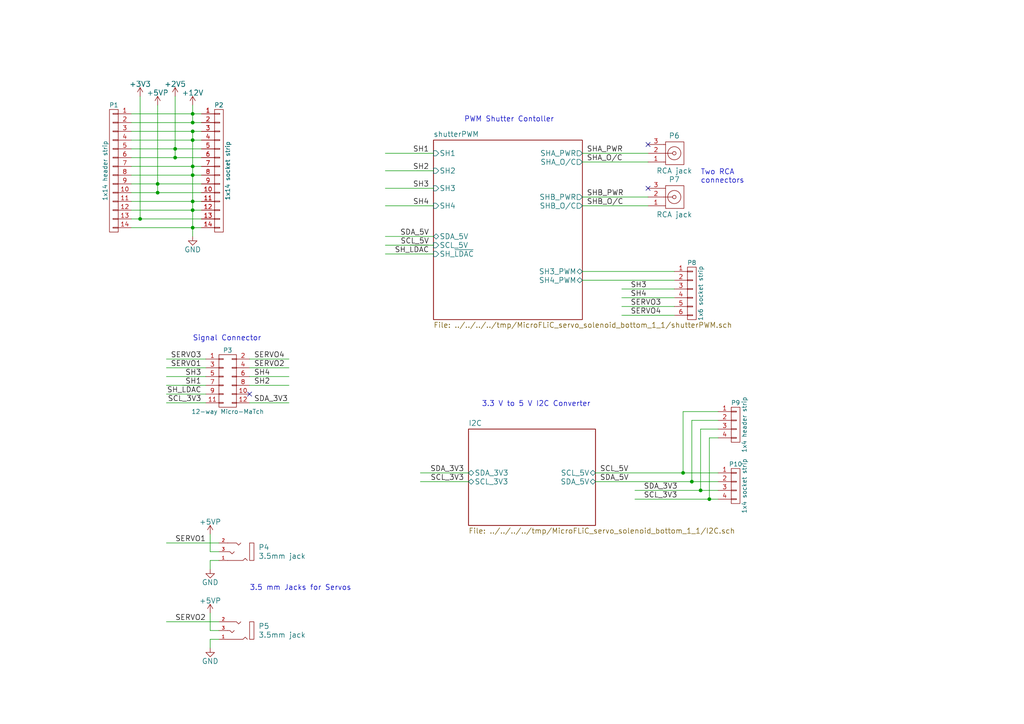
<source format=kicad_sch>
(kicad_sch (version 20230121) (generator eeschema)
  (paper "A4")
  (title_block (title "Flow Unit Shield") (date "18 Jun 2014") (rev "1.2") (company "King's College London"))
  (lib_symbols
    (symbol "MicroFLiC_servo_solenoid_bottom-rescue:+12V" (power) (pin_names (offset 0))
      (property "Value" "+12V" (at 0 3.556 0))
      (symbol "+12V_0_1"
        (polyline (pts (xy -0.762 1.27) (xy 0 2.54)))
        (polyline (pts (xy 0 0) (xy 0 2.54)))
        (polyline (pts (xy 0 2.54) (xy 0.762 1.27)))
      )
      (symbol "+12V_1_1"
        (pin power_in line (at 0 0 90) (length 0) hide (name "+12V") (number "1"))
      )
    )
    (symbol "MicroFLiC_servo_solenoid_bottom-rescue:+2V5" (power) (pin_names (offset 0))
      (property "Value" "+2V5" (at 0 3.556 0))
      (symbol "+2V5_0_1"
        (polyline (pts (xy -0.762 1.27) (xy 0 2.54)))
        (polyline (pts (xy 0 0) (xy 0 2.54)))
        (polyline (pts (xy 0 2.54) (xy 0.762 1.27)))
      )
      (symbol "+2V5_1_1"
        (pin power_in line (at 0 0 90) (length 0) hide (name "+2V5") (number "1"))
      )
    )
    (symbol "MicroFLiC_servo_solenoid_bottom-rescue:+3V3" (power) (pin_names (offset 0))
      (property "Value" "+3V3" (at 0 3.556 0))
      (symbol "+3V3_0_1"
        (polyline (pts (xy -0.762 1.27) (xy 0 2.54)))
        (polyline (pts (xy 0 0) (xy 0 2.54)))
        (polyline (pts (xy 0 2.54) (xy 0.762 1.27)))
      )
      (symbol "+3V3_1_1"
        (pin power_in line (at 0 0 90) (length 0) hide (name "+3V3") (number "1"))
      )
    )
    (symbol "MicroFLiC_servo_solenoid_bottom-rescue:+5VP" (power) (pin_names (offset 0))
      (property "Value" "+5VP" (at 0 3.556 0))
      (symbol "+5VP_0_1"
        (polyline (pts (xy -0.762 1.27) (xy 0 2.54)))
        (polyline (pts (xy 0 0) (xy 0 2.54)))
        (polyline (pts (xy 0 2.54) (xy 0.762 1.27)))
      )
      (symbol "+5VP_1_1"
        (pin power_in line (at 0 0 90) (length 0) hide (name "+5VP") (number "1"))
      )
    )
    (symbol "MicroFLiC_servo_solenoid_bottom-rescue:CONN_01X04" (pin_names (offset 1.016) hide)
      (property "Reference" "P" (at 0 6.35 0))
      (property "Value" "CONN_01X04" (at 2.54 0 90))
      (symbol "CONN_01X04_0_1"
        (rectangle (start -1.27 -3.683) (end 0.254 -3.937))
        (rectangle (start -1.27 -1.143) (end 0.254 -1.397))
        (rectangle (start -1.27 1.397) (end 0.254 1.143))
        (rectangle (start -1.27 3.937) (end 0.254 3.683))
        (rectangle (start -1.27 5.08) (end 1.27 -5.08))
      )
      (symbol "CONN_01X04_1_1"
        (pin passive line (at -5.08 3.81 0) (length 3.81) (name "P1") (number "1"))
        (pin passive line (at -5.08 1.27 0) (length 3.81) (name "P2") (number "2"))
        (pin passive line (at -5.08 -1.27 0) (length 3.81) (name "P3") (number "3"))
        (pin passive line (at -5.08 -3.81 0) (length 3.81) (name "P4") (number "4"))
      )
    )
    (symbol "MicroFLiC_servo_solenoid_bottom-rescue:CONN_01X06" (pin_names (offset 1.016) hide)
      (property "Reference" "P" (at 0 8.89 0))
      (property "Value" "CONN_01X06" (at 2.54 0 90))
      (symbol "CONN_01X06_0_1"
        (rectangle (start -1.27 -6.223) (end 0.254 -6.477))
        (rectangle (start -1.27 -3.683) (end 0.254 -3.937))
        (rectangle (start -1.27 -1.143) (end 0.254 -1.397))
        (rectangle (start -1.27 1.397) (end 0.254 1.143))
        (rectangle (start -1.27 3.937) (end 0.254 3.683))
        (rectangle (start -1.27 6.477) (end 0.254 6.223))
        (rectangle (start -1.27 7.62) (end 1.27 -7.62))
      )
      (symbol "CONN_01X06_1_1"
        (pin passive line (at -5.08 6.35 0) (length 3.81) (name "P1") (number "1"))
        (pin passive line (at -5.08 3.81 0) (length 3.81) (name "P2") (number "2"))
        (pin passive line (at -5.08 1.27 0) (length 3.81) (name "P3") (number "3"))
        (pin passive line (at -5.08 -1.27 0) (length 3.81) (name "P4") (number "4"))
        (pin passive line (at -5.08 -3.81 0) (length 3.81) (name "P5") (number "5"))
        (pin passive line (at -5.08 -6.35 0) (length 3.81) (name "P6") (number "6"))
      )
    )
    (symbol "MicroFLiC_servo_solenoid_bottom-rescue:CONN_01X14" (pin_names (offset 1.016) hide)
      (property "Reference" "P" (at 0 19.05 0))
      (property "Value" "CONN_01X14" (at 2.54 0 90))
      (symbol "CONN_01X14_0_1"
        (rectangle (start -1.27 -16.383) (end 0.254 -16.637))
        (rectangle (start -1.27 -13.843) (end 0.254 -14.097))
        (rectangle (start -1.27 -11.303) (end 0.254 -11.557))
        (rectangle (start -1.27 -8.763) (end 0.254 -9.017))
        (rectangle (start -1.27 -6.223) (end 0.254 -6.477))
        (rectangle (start -1.27 -3.683) (end 0.254 -3.937))
        (rectangle (start -1.27 -1.143) (end 0.254 -1.397))
        (rectangle (start -1.27 1.397) (end 0.254 1.143))
        (rectangle (start -1.27 3.937) (end 0.254 3.683))
        (rectangle (start -1.27 6.477) (end 0.254 6.223))
        (rectangle (start -1.27 9.017) (end 0.254 8.763))
        (rectangle (start -1.27 11.557) (end 0.254 11.303))
        (rectangle (start -1.27 14.097) (end 0.254 13.843))
        (rectangle (start -1.27 16.637) (end 0.254 16.383))
        (rectangle (start -1.27 17.78) (end 1.27 -17.78))
      )
      (symbol "CONN_01X14_1_1"
        (pin passive line (at -5.08 16.51 0) (length 3.81) (name "P1") (number "1"))
        (pin passive line (at -5.08 -6.35 0) (length 3.81) (name "P10") (number "10"))
        (pin passive line (at -5.08 -8.89 0) (length 3.81) (name "P11") (number "11"))
        (pin passive line (at -5.08 -11.43 0) (length 3.81) (name "P12") (number "12"))
        (pin passive line (at -5.08 -13.97 0) (length 3.81) (name "P13") (number "13"))
        (pin passive line (at -5.08 -16.51 0) (length 3.81) (name "P14") (number "14"))
        (pin passive line (at -5.08 13.97 0) (length 3.81) (name "P2") (number "2"))
        (pin passive line (at -5.08 11.43 0) (length 3.81) (name "P3") (number "3"))
        (pin passive line (at -5.08 8.89 0) (length 3.81) (name "P4") (number "4"))
        (pin passive line (at -5.08 6.35 0) (length 3.81) (name "P5") (number "5"))
        (pin passive line (at -5.08 3.81 0) (length 3.81) (name "P6") (number "6"))
        (pin passive line (at -5.08 1.27 0) (length 3.81) (name "P7") (number "7"))
        (pin passive line (at -5.08 -1.27 0) (length 3.81) (name "P8") (number "8"))
        (pin passive line (at -5.08 -3.81 0) (length 3.81) (name "P9") (number "9"))
      )
    )
    (symbol "MicroFLiC_servo_solenoid_bottom-rescue:CONN_02X06" (pin_names (offset 0.0254) hide)
      (property "Reference" "P" (at 0 8.89 0))
      (property "Value" "CONN_02X06" (at 0 -8.89 0))
      (symbol "CONN_02X06_0_1"
        (rectangle (start -2.54 -6.223) (end -1.27 -6.477))
        (rectangle (start -2.54 -3.683) (end -1.27 -3.937))
        (rectangle (start -2.54 -1.143) (end -1.27 -1.397))
        (rectangle (start -2.54 1.397) (end -1.27 1.143))
        (rectangle (start -2.54 3.937) (end -1.27 3.683))
        (rectangle (start -2.54 6.477) (end -1.27 6.223))
        (rectangle (start -2.54 7.62) (end 2.54 -7.62))
        (rectangle (start 1.27 -6.223) (end 2.54 -6.477))
        (rectangle (start 1.27 -3.683) (end 2.54 -3.937))
        (rectangle (start 1.27 -1.143) (end 2.54 -1.397))
        (rectangle (start 1.27 1.397) (end 2.54 1.143))
        (rectangle (start 1.27 3.937) (end 2.54 3.683))
        (rectangle (start 1.27 6.477) (end 2.54 6.223))
      )
      (symbol "CONN_02X06_1_1"
        (pin passive line (at -6.35 6.35 0) (length 3.81) (name "P1") (number "1"))
        (pin passive line (at 6.35 -3.81 180) (length 3.81) (name "P10") (number "10"))
        (pin passive line (at -6.35 -6.35 0) (length 3.81) (name "P11") (number "11"))
        (pin passive line (at 6.35 -6.35 180) (length 3.81) (name "P12") (number "12"))
        (pin passive line (at 6.35 6.35 180) (length 3.81) (name "P2") (number "2"))
        (pin passive line (at -6.35 3.81 0) (length 3.81) (name "P3") (number "3"))
        (pin passive line (at 6.35 3.81 180) (length 3.81) (name "P4") (number "4"))
        (pin passive line (at -6.35 1.27 0) (length 3.81) (name "P5") (number "5"))
        (pin passive line (at 6.35 1.27 180) (length 3.81) (name "P6") (number "6"))
        (pin passive line (at -6.35 -1.27 0) (length 3.81) (name "P7") (number "7"))
        (pin passive line (at 6.35 -1.27 180) (length 3.81) (name "P8") (number "8"))
        (pin passive line (at -6.35 -3.81 0) (length 3.81) (name "P9") (number "9"))
      )
    )
    (symbol "MicroFLiC_servo_solenoid_bottom-rescue:GND" (power) (pin_names (offset 0))
      (property "Value" "GND" (at 0 -3.81 0))
      (symbol "GND_0_1"
        (polyline (pts (xy 0 0) (xy 0 -1.27) (xy 1.27 -1.27) (xy 0 -2.54) (xy -1.27 -1.27) (xy 0 -1.27)))
      )
      (symbol "GND_1_1"
        (pin power_in line (at 0 0 270) (length 0) hide (name "GND") (number "1"))
      )
    )
    (symbol "MicroFLiC_servo_solenoid_bottom-rescue:Jack_3.5mm_3pin" (pin_names (offset 0))
      (property "Reference" "J" (at 0 5.08 0))
      (property "Value" "Jack_3.5mm_3pin" (at 0 -3.175 0))
      (symbol "Jack_3.5mm_3pin_0_1"
        (rectangle (start -3.81 3.81) (end -5.08 -1.27))
        (polyline (pts (xy -1.27 -1.27) (xy -0.635 -0.635) (xy 0 -1.27) (xy 2.54 -1.27)))
        (polyline (pts (xy 0.635 1.27) (xy 1.27 1.905) (xy 1.905 1.27) (xy 2.54 1.27)))
        (polyline (pts (xy 2.54 3.81) (xy -1.905 3.81) (xy -2.54 3.175) (xy -3.175 3.81)))
      )
      (symbol "Jack_3.5mm_3pin_1_1"
        (pin passive line (at 5.08 3.81 180) (length 2.54) (name "~") (number "1"))
        (pin passive line (at 5.08 -1.27 180) (length 2.54) (name "~") (number "2"))
        (pin passive line (at 5.08 1.27 180) (length 2.54) (name "~") (number "3"))
      )
    )
    (symbol "MicroFLiC_servo_solenoid_bottom-rescue:RCA_3" (pin_names (offset 0.0254) hide)
      (property "Reference" "J" (at 0 5.08 0))
      (property "Value" "RCA_3" (at 0 -5.08 0))
      (symbol "RCA_3_0_1"
        (polyline (pts (xy -3.048 0) (xy -1.905 0)))
        (polyline (pts (xy -1.905 0) (xy -0.508 0)))
        (polyline (pts (xy -3.048 -2.54) (xy -2.54 -2.54) (xy -2.54 -2.54)))
        (polyline (pts (xy -3.048 2.54) (xy -2.54 2.54) (xy -2.54 2.54)))
        (circle (center 0 0) (radius 0.508))
        (circle (center 0 0) (radius 1.905))
        (rectangle (start 2.794 -3.302) (end -2.54 3.302))
      )
      (symbol "RCA_3_1_1"
        (pin passive line (at -7.62 -2.54 0) (length 4.572) (name "1") (number "1"))
        (pin passive line (at -7.62 0 0) (length 4.572) (name "2") (number "2"))
        (pin passive line (at -7.62 2.54 0) (length 4.572) (name "3") (number "3"))
      )
    )
  )
  (junction (at 50.8 45.72))
  (junction (at 55.88 40.64))
  (junction (at 45.72 55.88))
  (junction (at 200.66 139.7))
  (junction (at 205.74 144.78))
  (junction (at 45.72 53.34))
  (junction (at 203.2 142.24))
  (junction (at 198.12 137.16))
  (junction (at 55.88 66.04))
  (junction (at 55.88 50.8))
  (junction (at 55.88 38.1))
  (junction (at 55.88 58.42))
  (junction (at 50.8 43.18))
  (junction (at 55.88 60.96))
  (junction (at 40.64 63.5))
  (junction (at 55.88 35.56))
  (junction (at 55.88 48.26))
  (junction (at 55.88 33.02))
  (no_connect (at 187.96 54.61))
  (no_connect (at 72.39 114.3))
  (no_connect (at 187.96 41.91))
  (wire (pts (xy 59.69 106.68) (xy 48.26 106.68)))
  (wire (pts (xy 205.74 127) (xy 208.28 127)))
  (wire (pts (xy 45.72 55.88) (xy 58.42 55.88)))
  (wire (pts (xy 45.72 53.34) (xy 45.72 55.88)))
  (wire (pts (xy 125.73 68.58) (xy 111.76 68.58)))
  (wire (pts (xy 38.1 55.88) (xy 45.72 55.88)))
  (wire (pts (xy 38.1 58.42) (xy 55.88 58.42)))
  (wire (pts (xy 55.88 40.64) (xy 55.88 48.26)))
  (wire (pts (xy 111.76 49.53) (xy 125.73 49.53)))
  (wire (pts (xy 55.88 66.04) (xy 58.42 66.04)))
  (wire (pts (xy 180.34 91.44) (xy 195.58 91.44)))
  (wire (pts (xy 60.96 154.94) (xy 60.96 160.02)))
  (wire (pts (xy 55.88 58.42) (xy 58.42 58.42)))
  (wire (pts (xy 111.76 54.61) (xy 125.73 54.61)))
  (wire (pts (xy 55.88 66.04) (xy 55.88 68.58)))
  (wire (pts (xy 45.72 53.34) (xy 58.42 53.34)))
  (wire (pts (xy 200.66 139.7) (xy 208.28 139.7)))
  (wire (pts (xy 38.1 63.5) (xy 40.64 63.5)))
  (wire (pts (xy 38.1 48.26) (xy 55.88 48.26)))
  (wire (pts (xy 195.58 78.74) (xy 168.91 78.74)))
  (wire (pts (xy 63.5 185.42) (xy 60.96 185.42)))
  (wire (pts (xy 59.69 114.3) (xy 48.26 114.3)))
  (wire (pts (xy 38.1 53.34) (xy 45.72 53.34)))
  (wire (pts (xy 168.91 44.45) (xy 187.96 44.45)))
  (wire (pts (xy 55.88 35.56) (xy 58.42 35.56)))
  (wire (pts (xy 55.88 33.02) (xy 55.88 35.56)))
  (wire (pts (xy 72.39 106.68) (xy 83.82 106.68)))
  (wire (pts (xy 72.39 104.14) (xy 83.82 104.14)))
  (wire (pts (xy 55.88 50.8) (xy 58.42 50.8)))
  (wire (pts (xy 72.39 109.22) (xy 83.82 109.22)))
  (wire (pts (xy 200.66 139.7) (xy 200.66 121.92)))
  (wire (pts (xy 198.12 137.16) (xy 208.28 137.16)))
  (wire (pts (xy 205.74 144.78) (xy 208.28 144.78)))
  (wire (pts (xy 168.91 46.99) (xy 187.96 46.99)))
  (wire (pts (xy 72.39 116.84) (xy 83.82 116.84)))
  (wire (pts (xy 55.88 60.96) (xy 58.42 60.96)))
  (wire (pts (xy 60.96 160.02) (xy 63.5 160.02)))
  (wire (pts (xy 55.88 58.42) (xy 55.88 60.96)))
  (wire (pts (xy 55.88 30.48) (xy 55.88 33.02)))
  (wire (pts (xy 198.12 119.38) (xy 208.28 119.38)))
  (wire (pts (xy 60.96 177.8) (xy 60.96 182.88)))
  (wire (pts (xy 72.39 111.76) (xy 83.82 111.76)))
  (wire (pts (xy 38.1 45.72) (xy 50.8 45.72)))
  (wire (pts (xy 59.69 109.22) (xy 48.26 109.22)))
  (wire (pts (xy 55.88 50.8) (xy 55.88 58.42)))
  (wire (pts (xy 168.91 81.28) (xy 195.58 81.28)))
  (wire (pts (xy 203.2 124.46) (xy 208.28 124.46)))
  (wire (pts (xy 55.88 38.1) (xy 55.88 40.64)))
  (wire (pts (xy 172.72 139.7) (xy 200.66 139.7)))
  (wire (pts (xy 63.5 157.48) (xy 48.26 157.48)))
  (wire (pts (xy 38.1 50.8) (xy 55.88 50.8)))
  (wire (pts (xy 168.91 57.15) (xy 187.96 57.15)))
  (wire (pts (xy 50.8 43.18) (xy 50.8 45.72)))
  (wire (pts (xy 205.74 144.78) (xy 205.74 127)))
  (wire (pts (xy 38.1 43.18) (xy 50.8 43.18)))
  (wire (pts (xy 111.76 44.45) (xy 125.73 44.45)))
  (wire (pts (xy 60.96 162.56) (xy 60.96 165.1)))
  (wire (pts (xy 50.8 43.18) (xy 58.42 43.18)))
  (wire (pts (xy 195.58 83.82) (xy 180.34 83.82)))
  (wire (pts (xy 38.1 33.02) (xy 55.88 33.02)))
  (wire (pts (xy 203.2 142.24) (xy 203.2 124.46)))
  (wire (pts (xy 38.1 35.56) (xy 55.88 35.56)))
  (wire (pts (xy 198.12 137.16) (xy 198.12 119.38)))
  (wire (pts (xy 111.76 73.66) (xy 125.73 73.66)))
  (wire (pts (xy 60.96 182.88) (xy 63.5 182.88)))
  (wire (pts (xy 38.1 38.1) (xy 55.88 38.1)))
  (wire (pts (xy 55.88 40.64) (xy 58.42 40.64)))
  (wire (pts (xy 184.15 142.24) (xy 203.2 142.24)))
  (wire (pts (xy 38.1 40.64) (xy 55.88 40.64)))
  (wire (pts (xy 63.5 162.56) (xy 60.96 162.56)))
  (wire (pts (xy 60.96 185.42) (xy 60.96 187.96)))
  (wire (pts (xy 121.92 137.16) (xy 135.89 137.16)))
  (wire (pts (xy 50.8 27.94) (xy 50.8 43.18)))
  (wire (pts (xy 172.72 137.16) (xy 198.12 137.16)))
  (wire (pts (xy 195.58 88.9) (xy 180.34 88.9)))
  (wire (pts (xy 121.92 139.7) (xy 135.89 139.7)))
  (wire (pts (xy 111.76 59.69) (xy 125.73 59.69)))
  (wire (pts (xy 55.88 48.26) (xy 55.88 50.8)))
  (wire (pts (xy 38.1 66.04) (xy 55.88 66.04)))
  (wire (pts (xy 45.72 30.48) (xy 45.72 53.34)))
  (wire (pts (xy 55.88 33.02) (xy 58.42 33.02)))
  (wire (pts (xy 40.64 63.5) (xy 58.42 63.5)))
  (wire (pts (xy 125.73 71.12) (xy 111.76 71.12)))
  (wire (pts (xy 59.69 116.84) (xy 48.26 116.84)))
  (wire (pts (xy 38.1 60.96) (xy 55.88 60.96)))
  (wire (pts (xy 55.88 60.96) (xy 55.88 66.04)))
  (wire (pts (xy 55.88 38.1) (xy 58.42 38.1)))
  (wire (pts (xy 63.5 180.34) (xy 48.26 180.34)))
  (wire (pts (xy 168.91 59.69) (xy 187.96 59.69)))
  (wire (pts (xy 59.69 111.76) (xy 48.26 111.76)))
  (wire (pts (xy 50.8 45.72) (xy 58.42 45.72)))
  (wire (pts (xy 203.2 142.24) (xy 208.28 142.24)))
  (wire (pts (xy 55.88 48.26) (xy 58.42 48.26)))
  (wire (pts (xy 59.69 104.14) (xy 48.26 104.14)))
  (wire (pts (xy 40.64 63.5) (xy 40.64 27.94)))
  (wire (pts (xy 184.15 144.78) (xy 205.74 144.78)))
  (wire (pts (xy 200.66 121.92) (xy 208.28 121.92)))
  (wire (pts (xy 180.34 86.36) (xy 195.58 86.36)))
  (text "PWM Shutter Contoller" (at 134.62 35.56 0) (effects (font (size 1.524 1.524)) (justify left bottom)))
  (text "3.5 mm Jacks for Servos" (at 72.39 171.45 0) (effects (font (size 1.524 1.524)) (justify left bottom)))
  (text "Two RCA\nconnectors" (at 203.2 53.34 0) (effects (font (size 1.524 1.524)) (justify left bottom)))
  (text "Signal Connector" (at 55.88 99.06 0) (effects (font (size 1.524 1.524)) (justify left bottom)))
  (text "3.3 V to 5 V I2C Converter" (at 139.7 118.11 0) (effects (font (size 1.524 1.524)) (justify left bottom)))
  (label "SHA_O/C" (at 170.18 46.99 0) (effects (font (size 1.524 1.524))))
  (label "SH4" (at 182.88 86.36 0) (effects (font (size 1.524 1.524))))
  (label "SH2" (at 124.46 49.53 180) (effects (font (size 1.524 1.524))))
  (label "SCL_5V" (at 124.46 71.12 180) (effects (font (size 1.524 1.524))))
  (label "SDA_3V3" (at 134.62 137.16 180) (effects (font (size 1.524 1.524))))
  (label "SDA_3V3" (at 73.66 116.84 0) (effects (font (size 1.524 1.524))))
  (label "SCL_5V" (at 173.99 137.16 0) (effects (font (size 1.524 1.524))))
  (label "SCL_3V3" (at 134.62 139.7 180) (effects (font (size 1.524 1.524))))
  (label "SERVO1" (at 50.8 157.48 0) (effects (font (size 1.524 1.524))))
  (label "SERVO3" (at 58.42 104.14 180) (effects (font (size 1.524 1.524))))
  (label "SHB_O/C" (at 170.18 59.69 0) (effects (font (size 1.524 1.524))))
  (label "SHB_PWR" (at 170.18 57.15 0) (effects (font (size 1.524 1.524))))
  (label "SH1" (at 58.42 111.76 180) (effects (font (size 1.524 1.524))))
  (label "SCL_3V3" (at 58.42 116.84 180) (effects (font (size 1.524 1.524))))
  (label "SDA_5V" (at 124.46 68.58 180) (effects (font (size 1.524 1.524))))
  (label "SDA_3V3" (at 186.69 142.24 0) (effects (font (size 1.524 1.524))))
  (label "SH2" (at 73.66 111.76 0) (effects (font (size 1.524 1.524))))
  (label "SERVO4" (at 73.66 104.14 0) (effects (font (size 1.524 1.524))))
  (label "SH3" (at 182.88 83.82 0) (effects (font (size 1.524 1.524))))
  (label "SH1" (at 124.46 44.45 180) (effects (font (size 1.524 1.524))))
  (label "SERVO1" (at 58.42 106.68 180) (effects (font (size 1.524 1.524))))
  (label "SERVO3" (at 182.88 88.9 0) (effects (font (size 1.524 1.524))))
  (label "SH4" (at 124.46 59.69 180) (effects (font (size 1.524 1.524))))
  (label "SH3" (at 58.42 109.22 180) (effects (font (size 1.524 1.524))))
  (label "SCL_3V3" (at 186.69 144.78 0) (effects (font (size 1.524 1.524))))
  (label "SH_~{LDAC}" (at 58.42 114.3 180) (effects (font (size 1.524 1.524))))
  (label "SH4" (at 73.66 109.22 0) (effects (font (size 1.524 1.524))))
  (label "SDA_5V" (at 173.99 139.7 0) (effects (font (size 1.524 1.524))))
  (label "SH3" (at 124.46 54.61 180) (effects (font (size 1.524 1.524))))
  (label "SERVO2" (at 50.8 180.34 0) (effects (font (size 1.524 1.524))))
  (label "SERVO2" (at 73.66 106.68 0) (effects (font (size 1.524 1.524))))
  (label "SH_~{LDAC}" (at 124.46 73.66 180) (effects (font (size 1.524 1.524))))
  (label "SERVO4" (at 182.88 91.44 0) (effects (font (size 1.524 1.524))))
  (label "SHA_PWR" (at 170.18 44.45 0) (effects (font (size 1.524 1.524))))
  (symbol (lib_id "MicroFLiC_servo_solenoid_bottom-rescue:CONN_01X04") (at 213.36 140.97 0) (unit 1)
    (property "Reference" "P10" (at 213.36 134.62 0))
    (property "Value" "1x4 socket strip" (at 215.9 140.97 90))
    (property "Footprint" "jakub:ESQ-104-33-G-S" (effects hide))
    (property "Part Number" "ESQ-104-33-G-S" (effects hide))
    (property "Manufacturer" "Samtec" (effects hide))
    (property "Package" "SIL-4" (effects hide))
    (property "Supplier" "Farnell" (effects hide))
    (property "Order Code" "1928522" (effects hide))
    (property "Alt. Supplier" "Samtec" (effects hide))
    (property "Alt. Order Code" "ESQ-104-33-G-S" (effects hide))
    (property "Note" "1x4 ESQ series elevated socket strip" (effects hide))
  )
  (symbol (lib_id "MicroFLiC_servo_solenoid_bottom-rescue:RCA_3") (at 195.58 44.45 0) (unit 1)
    (property "Reference" "P6" (at 195.58 39.37 0) (effects (font (size 1.524 1.524))))
    (property "Value" "RCA jack" (at 195.58 49.53 0) (effects (font (size 1.524 1.524))))
    (property "Footprint" "jakub:PSG01544" (effects hide))
    (property "Part Number" "PSG01540" (effects hide))
    (property "Manufacturer" "Pro Signal" (effects hide))
    (property "Package" "R/A RCA jack" (effects hide))
    (property "Supplier" "Farnell" (effects hide))
    (property "Order Code" "1280698" (effects hide))
    (property "Alt. Supplier" "N/A" (effects hide))
    (property "Alt. Order Code" "N/A" (effects hide))
    (property "Note" "Right-angle RCA jack" (effects hide))
  )
  (symbol (lib_id "MicroFLiC_servo_solenoid_bottom-rescue:RCA_3") (at 195.58 57.15 0) (unit 1)
    (property "Reference" "P7" (at 195.58 52.07 0) (effects (font (size 1.524 1.524))))
    (property "Value" "RCA jack" (at 195.58 62.23 0) (effects (font (size 1.524 1.524))))
    (property "Footprint" "jakub:PSG01544" (effects hide))
    (property "Part Number" "PSG01540" (effects hide))
    (property "Manufacturer" "Pro Signal" (effects hide))
    (property "Package" "R/A RCA jack" (effects hide))
    (property "Supplier" "Farnell" (effects hide))
    (property "Order Code" "1280698" (effects hide))
    (property "Alt. Supplier" "N/A" (effects hide))
    (property "Alt. Order Code" "N/A" (effects hide))
    (property "Note" "Right-angle RCA jack" (effects hide))
  )
  (symbol (lib_id "MicroFLiC_servo_solenoid_bottom-rescue:+5VP") (at 60.96 154.94 0) (unit 1)
    (property "Reference" "#PWR01" (effects hide))
    (property "Value" "+5VP" (at 60.96 151.384 0) (effects (font (size 1.524 1.524))))
  )
  (symbol (lib_id "MicroFLiC_servo_solenoid_bottom-rescue:Jack_3.5mm_3pin") (at 68.58 158.75 180) (unit 1)
    (property "Reference" "P4" (at 74.93 158.75 0) (effects (font (size 1.524 1.524)) (justify right)))
    (property "Value" "3.5mm jack" (at 74.93 161.29 0) (effects (font (size 1.524 1.524)) (justify right)))
    (property "Footprint" "jakub:MJ4435-R" (effects hide))
    (property "Part Number" "MJ4435-R" (effects hide))
    (property "Manufacturer" "Multicomp" (effects hide))
    (property "Package" "R/A 3.5mm jack" (effects hide))
    (property "Supplier" "Farnell" (effects hide))
    (property "Order Code" "1638670" (effects hide))
    (property "Alt. Supplier" "N/A" (effects hide))
    (property "Alt. Order Code" "N/A" (effects hide))
    (property "Note" "Right-angle SMD 3.5mm 3-pin jack" (effects hide))
  )
  (symbol (lib_id "MicroFLiC_servo_solenoid_bottom-rescue:CONN_02X06") (at 66.04 110.49 0) (unit 1)
    (property "Reference" "P3" (at 66.04 101.6 0))
    (property "Value" "12-way Micro-MaTch" (at 66.04 119.38 0))
    (property "Footprint" "jakub:1-188275-2" (effects hide))
    (property "Part Number" "8-188275-2" (effects hide))
    (property "Manufacturer" "TE Connectivity" (effects hide))
    (property "Package" "Micro-MaTch SMD" (effects hide))
    (property "Supplier" "Farnell" (effects hide))
    (property "Order Code" "3784757" (effects hide))
    (property "Alt. Supplier" "Mouser" (effects hide))
    (property "Alt. Order Code" "571-8-188275-2" (effects hide))
    (property "Note" "12-way SMD Micro-MaTch connector" (effects hide))
  )
  (symbol (lib_id "MicroFLiC_servo_solenoid_bottom-rescue:CONN_01X14") (at 33.02 49.53 0) (mirror y) (unit 1)
    (property "Reference" "P1" (at 33.02 30.48 0))
    (property "Value" "1x14 header strip" (at 30.48 49.53 90))
    (property "Footprint" "Pin_Headers:Pin_Header_Straight_1x14" (effects hide))
    (property "Part Number" "MC34735" (effects hide))
    (property "Manufacturer" "Multicomp" (effects hide))
    (property "Package" "SIL-14" (effects hide))
    (property "Supplier" "Farnell" (effects hide))
    (property "Order Code" "1593421" (effects hide))
    (property "Alt. Supplier" "Mouser" (effects hide))
    (property "Alt. Order Code" "855-M20-9991446" (effects hide))
    (property "Note" "1x14 header strip" (effects hide))
  )
  (symbol (lib_id "MicroFLiC_servo_solenoid_bottom-rescue:CONN_01X14") (at 63.5 49.53 0) (unit 1)
    (property "Reference" "P2" (at 63.5 30.48 0))
    (property "Value" "1x14 socket strip" (at 66.04 49.53 90))
    (property "Footprint" "jakub:ESQ-114-33-G-S" (effects hide))
    (property "Part Number" "ESQ-114-33-G-S" (effects hide))
    (property "Manufacturer" "Samtec" (effects hide))
    (property "Package" "SIL-14" (effects hide))
    (property "Supplier" "Farnell" (effects hide))
    (property "Order Code" "1930609" (effects hide))
    (property "Alt. Supplier" "Samtec" (effects hide))
    (property "Alt. Order Code" "ESQ-114-33-G-S" (effects hide))
    (property "Note" "1x14 ESQ series elevated socket strip" (effects hide))
  )
  (symbol (lib_id "MicroFLiC_servo_solenoid_bottom-rescue:CONN_01X04") (at 213.36 123.19 0) (unit 1)
    (property "Reference" "P9" (at 213.36 116.84 0))
    (property "Value" "1x4 header strip" (at 215.9 123.19 90))
    (property "Footprint" "Pin_Headers:Pin_Header_Straight_1x04" (effects hide))
    (property "Part Number" "M20-9990445" (effects hide))
    (property "Manufacturer" "Harwin" (effects hide))
    (property "Package" "SIL-4" (effects hide))
    (property "Supplier" "Farnell" (effects hide))
    (property "Order Code" "1926221" (effects hide))
    (property "Alt. Supplier" "Mouser" (effects hide))
    (property "Alt. Order Code" "855-M20-9990445" (effects hide))
    (property "Note" "1x4 header strip" (effects hide))
  )
  (symbol (lib_id "MicroFLiC_servo_solenoid_bottom-rescue:+12V") (at 55.88 30.48 0) (unit 1)
    (property "Reference" "#PWR02" (effects hide))
    (property "Value" "+12V" (at 55.88 26.924 0) (effects (font (size 1.524 1.524))))
  )
  (symbol (lib_id "MicroFLiC_servo_solenoid_bottom-rescue:+2V5") (at 50.8 27.94 0) (unit 1)
    (property "Reference" "#PWR03" (effects hide))
    (property "Value" "+2V5" (at 50.8 24.384 0) (effects (font (size 1.524 1.524))))
  )
  (symbol (lib_id "MicroFLiC_servo_solenoid_bottom-rescue:+3V3") (at 40.64 27.94 0) (unit 1)
    (property "Reference" "#PWR04" (effects hide))
    (property "Value" "+3V3" (at 40.64 24.384 0) (effects (font (size 1.524 1.524))))
  )
  (symbol (lib_id "MicroFLiC_servo_solenoid_bottom-rescue:+5VP") (at 45.72 30.48 0) (unit 1)
    (property "Reference" "#PWR05" (effects hide))
    (property "Value" "+5VP" (at 45.72 26.924 0) (effects (font (size 1.524 1.524))))
  )
  (symbol (lib_id "MicroFLiC_servo_solenoid_bottom-rescue:GND") (at 55.88 68.58 0) (unit 1)
    (property "Reference" "#PWR06" (effects hide))
    (property "Value" "GND" (at 55.88 72.39 0) (effects (font (size 1.524 1.524))))
  )
  (symbol (lib_id "MicroFLiC_servo_solenoid_bottom-rescue:GND") (at 60.96 165.1 0) (unit 1)
    (property "Reference" "#PWR07" (effects hide))
    (property "Value" "GND" (at 60.96 168.91 0) (effects (font (size 1.524 1.524))))
  )
  (symbol (lib_id "MicroFLiC_servo_solenoid_bottom-rescue:+5VP") (at 60.96 177.8 0) (unit 1)
    (property "Reference" "#PWR08" (effects hide))
    (property "Value" "+5VP" (at 60.96 174.244 0) (effects (font (size 1.524 1.524))))
  )
  (symbol (lib_id "MicroFLiC_servo_solenoid_bottom-rescue:Jack_3.5mm_3pin") (at 68.58 181.61 180) (unit 1)
    (property "Reference" "P5" (at 74.93 181.61 0) (effects (font (size 1.524 1.524)) (justify right)))
    (property "Value" "3.5mm jack" (at 74.93 184.15 0) (effects (font (size 1.524 1.524)) (justify right)))
    (property "Footprint" "jakub:MJ4435-R" (effects hide))
    (property "Part Number" "MJ4435-R" (effects hide))
    (property "Manufacturer" "Multicomp" (effects hide))
    (property "Package" "R/A 3.5mm jack" (effects hide))
    (property "Supplier" "Farnell" (effects hide))
    (property "Order Code" "1638670" (effects hide))
    (property "Alt. Supplier" "N/A" (effects hide))
    (property "Alt. Order Code" "N/A" (effects hide))
    (property "Note" "Right-angle SMD 3.5mm 3-pin jack" (effects hide))
  )
  (symbol (lib_id "MicroFLiC_servo_solenoid_bottom-rescue:GND") (at 60.96 187.96 0) (unit 1)
    (property "Reference" "#PWR09" (effects hide))
    (property "Value" "GND" (at 60.96 191.77 0) (effects (font (size 1.524 1.524))))
  )
  (symbol (lib_id "MicroFLiC_servo_solenoid_bottom-rescue:CONN_01X06") (at 200.66 85.09 0) (unit 1)
    (property "Reference" "P8" (at 200.66 76.2 0))
    (property "Value" "1x6 socket strip" (at 203.2 85.09 90))
    (property "Footprint" "jakub:ESQ-106-33-G-S" (effects hide))
    (property "Part Number" "ESQ-106-33-G-S" (effects hide))
    (property "Manufacturer" "Samtec" (effects hide))
    (property "Package" "SIL-6" (effects hide))
    (property "Supplier" "Farnell" (effects hide))
    (property "Order Code" "1928680" (effects hide))
    (property "Alt. Supplier" "Samtec" (effects hide))
    (property "Alt. Order Code" "ESQ-106-33-G-S" (effects hide))
    (property "Note" "1x6 ESQ series elevated socket strip" (effects hide))
  )
  (sheet (at 135.89 124.46) (size 36.83 27.94)
    (property "Sheetname" "I2C" (at 135.89 123.6214 0) (effects (font (size 1.524 1.524)) (justify left bottom)))
    (property "Sheetfile" "../../../../tmp/MicroFLiC_servo_solenoid_bottom_1_1/I2C.sch" (at 135.89 153.0862 0) (effects (font (size 1.524 1.524)) (justify left top)))
    (pin "SCL_3V3" bidirectional (at 135.89 139.7 180) (effects (font (size 1.524 1.524))))
    (pin "SDA_3V3" bidirectional (at 135.89 137.16 180) (effects (font (size 1.524 1.524))))
    (pin "SCL_5V" bidirectional (at 172.72 137.16 0) (effects (font (size 1.524 1.524))))
    (pin "SDA_5V" bidirectional (at 172.72 139.7 0) (effects (font (size 1.524 1.524))))
  )
  (sheet (at 125.73 40.64) (size 43.18 52.07)
    (property "Sheetname" "shutterPWM" (at 125.73 39.8014 0) (effects (font (size 1.524 1.524)) (justify left bottom)))
    (property "Sheetfile" "../../../../tmp/MicroFLiC_servo_solenoid_bottom_1_1/shutterPWM.sch" (at 125.73 93.3962 0) (effects (font (size 1.524 1.524)) (justify left top)))
    (pin "SH1" input (at 125.73 44.45 180) (effects (font (size 1.524 1.524))))
    (pin "SH2" input (at 125.73 49.53 180) (effects (font (size 1.524 1.524))))
    (pin "SH3" input (at 125.73 54.61 180) (effects (font (size 1.524 1.524))))
    (pin "SH4" input (at 125.73 59.69 180) (effects (font (size 1.524 1.524))))
    (pin "SHA_O/C" output (at 168.91 46.99 0) (effects (font (size 1.524 1.524))))
    (pin "SHB_O/C" output (at 168.91 59.69 0) (effects (font (size 1.524 1.524))))
    (pin "SHB_PWR" output (at 168.91 57.15 0) (effects (font (size 1.524 1.524))))
    (pin "SHA_PWR" output (at 168.91 44.45 0) (effects (font (size 1.524 1.524))))
    (pin "SH_~{LDAC}" input (at 125.73 73.66 180) (effects (font (size 1.524 1.524))))
    (pin "SDA_5V" bidirectional (at 125.73 68.58 180) (effects (font (size 1.524 1.524))))
    (pin "SCL_5V" input (at 125.73 71.12 180) (effects (font (size 1.524 1.524))))
    (pin "SH3_PWM" bidirectional (at 168.91 78.74 0) (effects (font (size 1.524 1.524))))
    (pin "SH4_PWM" bidirectional (at 168.91 81.28 0) (effects (font (size 1.524 1.524))))
  )
)
</source>
